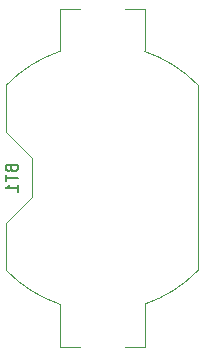
<source format=gbo>
%TF.GenerationSoftware,KiCad,Pcbnew,(6.0.5)*%
%TF.CreationDate,2022-05-25T19:28:13+08:00*%
%TF.ProjectId,uinio,75696e69-6f2e-46b6-9963-61645f706362,rev?*%
%TF.SameCoordinates,Original*%
%TF.FileFunction,Legend,Bot*%
%TF.FilePolarity,Positive*%
%FSLAX46Y46*%
G04 Gerber Fmt 4.6, Leading zero omitted, Abs format (unit mm)*
G04 Created by KiCad (PCBNEW (6.0.5)) date 2022-05-25 19:28:13*
%MOMM*%
%LPD*%
G01*
G04 APERTURE LIST*
%ADD10C,0.150000*%
%ADD11C,0.120000*%
%ADD12R,1.800000X1.800000*%
%ADD13C,1.800000*%
%ADD14C,1.600000*%
%ADD15O,1.600000X1.600000*%
%ADD16R,3.510000X2.540000*%
G04 APERTURE END LIST*
D10*
%TO.C,BT1*%
X139308571Y-79714285D02*
X139356190Y-79857142D01*
X139403809Y-79904761D01*
X139499047Y-79952380D01*
X139641904Y-79952380D01*
X139737142Y-79904761D01*
X139784761Y-79857142D01*
X139832380Y-79761904D01*
X139832380Y-79380952D01*
X138832380Y-79380952D01*
X138832380Y-79714285D01*
X138880000Y-79809523D01*
X138927619Y-79857142D01*
X139022857Y-79904761D01*
X139118095Y-79904761D01*
X139213333Y-79857142D01*
X139260952Y-79809523D01*
X139308571Y-79714285D01*
X139308571Y-79380952D01*
X138832380Y-80238095D02*
X138832380Y-80809523D01*
X139832380Y-80523809D02*
X138832380Y-80523809D01*
X139832380Y-81666666D02*
X139832380Y-81095238D01*
X139832380Y-81380952D02*
X138832380Y-81380952D01*
X138975238Y-81285714D01*
X139070476Y-81190476D01*
X139118095Y-81095238D01*
D11*
X155110000Y-88347300D02*
X155110000Y-72652700D01*
X148900000Y-94810000D02*
X150610000Y-94810000D01*
X148900000Y-66190000D02*
X150610000Y-66190000D01*
X145100000Y-94810000D02*
X143390000Y-94810000D01*
X143390000Y-66190000D02*
X143390000Y-69808000D01*
X145100000Y-66190000D02*
X143390000Y-66190000D01*
X150610000Y-94810000D02*
X150610000Y-91192000D01*
X141090000Y-82160000D02*
X138890000Y-84360000D01*
X138890000Y-72652700D02*
X138890000Y-76640000D01*
X138890000Y-84360000D02*
X138890000Y-88347300D01*
X141090000Y-78840000D02*
X141090000Y-82160000D01*
X143390000Y-91192000D02*
X143390000Y-94810000D01*
X150610000Y-69808000D02*
X150610000Y-66190000D01*
X141090000Y-78840000D02*
X138890000Y-76640000D01*
X143390000Y-69808000D02*
G75*
G03*
X138888211Y-72654629I3610012J-10692020D01*
G01*
X155111789Y-72654629D02*
G75*
G03*
X150610000Y-69808000I-8111801J-7845391D01*
G01*
X138888211Y-88345371D02*
G75*
G03*
X143390000Y-91192000I8111775J7845350D01*
G01*
X150610000Y-91191999D02*
G75*
G03*
X155111789Y-88345371I-3610010J10692019D01*
G01*
%TD*%
%LPC*%
D12*
%TO.C,D1*%
X178500000Y-74225000D03*
D13*
X178500000Y-76765000D03*
%TD*%
D14*
%TO.C,R1*%
X184850000Y-88500000D03*
D15*
X172150000Y-88500000D03*
%TD*%
D16*
%TO.C,BT1*%
X147000000Y-95180000D03*
X147000000Y-65820000D03*
%TD*%
M02*

</source>
